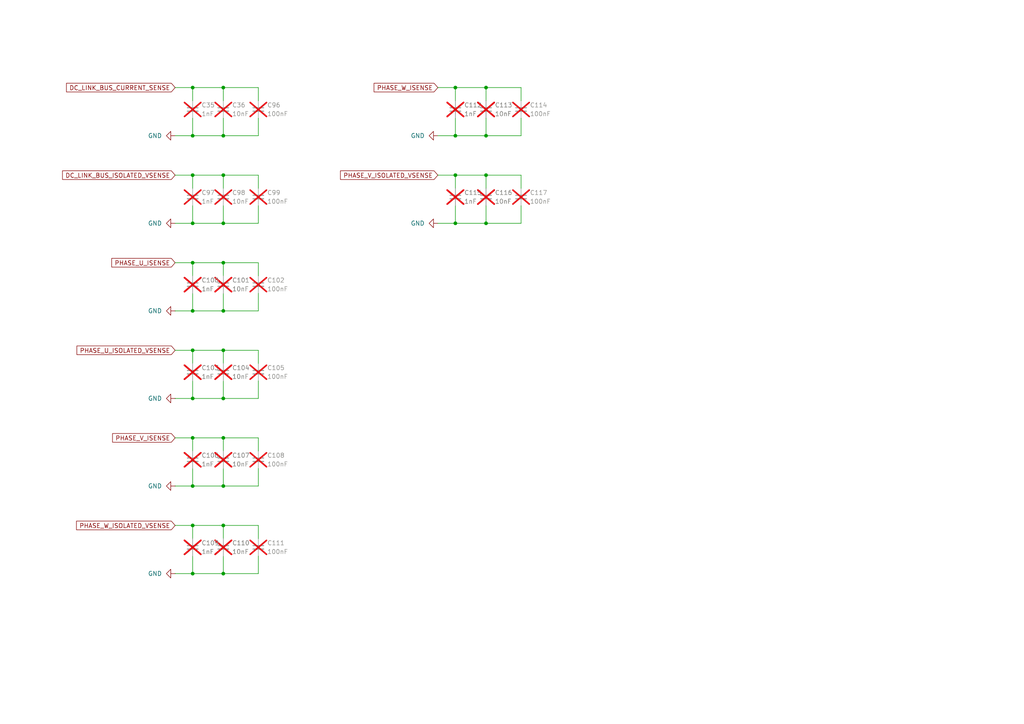
<source format=kicad_sch>
(kicad_sch (version 20250114) (generator "eeschema") (generator_version "9.0")
  (paper "A4")
  (lib_symbols
    (symbol "Device:C_Small" (pin_numbers (hide yes)) (pin_names (offset 0.254) (hide yes))
      (property "Reference" "C" (at 0.254 1.778 0))
      (property "Value" "C_Small" (at 0.254 -2.032 0))
      (symbol "C_Small_0_1"
        (polyline (pts (xy -1.524 0.508) (xy 1.524 0.508)) (stroke (width 0.3048)))
        (polyline (pts (xy -1.524 -0.508) (xy 1.524 -0.508)) (stroke (width 0.3302)))
      )
      (symbol "C_Small_1_1"
        (pin passive line (at 0 2.54 270) (length 2.032) (name "~") (number "1"))
        (pin passive line (at 0 -2.54 90) (length 2.032) (name "~") (number "2"))
      )
    )
    (symbol "power:GND" (power) (pin_numbers (hide yes)) (pin_names (offset 0) (hide yes))
      (property "Value" "GND" (at 0 -3.81 0))
      (symbol "GND_0_1"
        (polyline (pts (xy 0 0) (xy 0 -1.27) (xy 1.27 -1.27) (xy 0 -2.54) (xy -1.27 -1.27) (xy 0 -1.27)))
      )
      (symbol "GND_1_1"
        (pin power_in line (at 0 0 270) (length 0) (name "~") (number "1"))
      )
    )
  )
  (junction (at 64.77 90.17))
  (junction (at 64.77 39.37))
  (junction (at 55.88 152.4))
  (junction (at 55.88 127))
  (junction (at 140.97 50.8))
  (junction (at 55.88 101.6))
  (junction (at 55.88 25.4))
  (junction (at 55.88 50.8))
  (junction (at 132.08 64.77))
  (junction (at 64.77 25.4))
  (junction (at 64.77 140.97))
  (junction (at 64.77 76.2))
  (junction (at 140.97 25.4))
  (junction (at 132.08 25.4))
  (junction (at 55.88 64.77))
  (junction (at 64.77 115.57))
  (junction (at 55.88 39.37))
  (junction (at 55.88 166.37))
  (junction (at 55.88 140.97))
  (junction (at 55.88 115.57))
  (junction (at 64.77 166.37))
  (junction (at 132.08 39.37))
  (junction (at 140.97 64.77))
  (junction (at 64.77 50.8))
  (junction (at 55.88 76.2))
  (junction (at 132.08 50.8))
  (junction (at 55.88 90.17))
  (junction (at 140.97 39.37))
  (junction (at 64.77 64.77))
  (junction (at 64.77 152.4))
  (junction (at 64.77 127))
  (junction (at 64.77 101.6))
  (wire (pts (xy 55.88 50.8) (xy 64.77 50.8)))
  (wire (pts (xy 55.88 34.29) (xy 55.88 39.37)))
  (wire (pts (xy 74.93 25.4) (xy 74.93 29.21)))
  (wire (pts (xy 74.93 34.29) (xy 74.93 39.37)))
  (wire (pts (xy 64.77 50.8) (xy 74.93 50.8)))
  (wire (pts (xy 127 39.37) (xy 132.08 39.37)))
  (wire (pts (xy 140.97 64.77) (xy 151.13 64.77)))
  (wire (pts (xy 55.88 101.6) (xy 64.77 101.6)))
  (wire (pts (xy 140.97 59.69) (xy 140.97 64.77)))
  (wire (pts (xy 74.93 59.69) (xy 74.93 64.77)))
  (wire (pts (xy 151.13 50.8) (xy 151.13 54.61)))
  (wire (pts (xy 55.88 110.49) (xy 55.88 115.57)))
  (wire (pts (xy 64.77 76.2) (xy 64.77 80.01)))
  (wire (pts (xy 140.97 34.29) (xy 140.97 39.37)))
  (wire (pts (xy 64.77 64.77) (xy 74.93 64.77)))
  (wire (pts (xy 50.8 76.2) (xy 55.88 76.2)))
  (wire (pts (xy 55.88 85.09) (xy 55.88 90.17)))
  (wire (pts (xy 74.93 50.8) (xy 74.93 54.61)))
  (wire (pts (xy 55.88 90.17) (xy 64.77 90.17)))
  (wire (pts (xy 55.88 105.41) (xy 55.88 101.6)))
  (wire (pts (xy 74.93 101.6) (xy 74.93 105.41)))
  (wire (pts (xy 151.13 25.4) (xy 151.13 29.21)))
  (wire (pts (xy 55.88 64.77) (xy 64.77 64.77)))
  (wire (pts (xy 55.88 166.37) (xy 64.77 166.37)))
  (wire (pts (xy 74.93 161.29) (xy 74.93 166.37)))
  (wire (pts (xy 50.8 127) (xy 55.88 127)))
  (wire (pts (xy 55.88 135.89) (xy 55.88 140.97)))
  (wire (pts (xy 55.88 59.69) (xy 55.88 64.77)))
  (wire (pts (xy 74.93 110.49) (xy 74.93 115.57)))
  (wire (pts (xy 64.77 101.6) (xy 64.77 105.41)))
  (wire (pts (xy 50.8 166.37) (xy 55.88 166.37)))
  (wire (pts (xy 64.77 152.4) (xy 74.93 152.4)))
  (wire (pts (xy 55.88 29.21) (xy 55.88 25.4)))
  (wire (pts (xy 50.8 39.37) (xy 55.88 39.37)))
  (wire (pts (xy 64.77 115.57) (xy 74.93 115.57)))
  (wire (pts (xy 64.77 135.89) (xy 64.77 140.97)))
  (wire (pts (xy 74.93 152.4) (xy 74.93 156.21)))
  (wire (pts (xy 64.77 50.8) (xy 64.77 54.61)))
  (wire (pts (xy 55.88 140.97) (xy 64.77 140.97)))
  (wire (pts (xy 55.88 76.2) (xy 64.77 76.2)))
  (wire (pts (xy 50.8 152.4) (xy 55.88 152.4)))
  (wire (pts (xy 55.88 161.29) (xy 55.88 166.37)))
  (wire (pts (xy 50.8 115.57) (xy 55.88 115.57)))
  (wire (pts (xy 50.8 90.17) (xy 55.88 90.17)))
  (wire (pts (xy 74.93 76.2) (xy 74.93 80.01)))
  (wire (pts (xy 50.8 64.77) (xy 55.88 64.77)))
  (wire (pts (xy 74.93 85.09) (xy 74.93 90.17)))
  (wire (pts (xy 64.77 90.17) (xy 74.93 90.17)))
  (wire (pts (xy 140.97 25.4) (xy 151.13 25.4)))
  (wire (pts (xy 127 64.77) (xy 132.08 64.77)))
  (wire (pts (xy 140.97 25.4) (xy 140.97 29.21)))
  (wire (pts (xy 55.88 115.57) (xy 64.77 115.57)))
  (wire (pts (xy 151.13 34.29) (xy 151.13 39.37)))
  (wire (pts (xy 50.8 140.97) (xy 55.88 140.97)))
  (wire (pts (xy 132.08 39.37) (xy 140.97 39.37)))
  (wire (pts (xy 132.08 25.4) (xy 140.97 25.4)))
  (wire (pts (xy 64.77 127) (xy 64.77 130.81)))
  (wire (pts (xy 151.13 59.69) (xy 151.13 64.77)))
  (wire (pts (xy 132.08 50.8) (xy 140.97 50.8)))
  (wire (pts (xy 140.97 50.8) (xy 140.97 54.61)))
  (wire (pts (xy 140.97 39.37) (xy 151.13 39.37)))
  (wire (pts (xy 55.88 39.37) (xy 64.77 39.37)))
  (wire (pts (xy 132.08 34.29) (xy 132.08 39.37)))
  (wire (pts (xy 127 50.8) (xy 132.08 50.8)))
  (wire (pts (xy 132.08 64.77) (xy 140.97 64.77)))
  (wire (pts (xy 64.77 166.37) (xy 74.93 166.37)))
  (wire (pts (xy 127 25.4) (xy 132.08 25.4)))
  (wire (pts (xy 74.93 127) (xy 74.93 130.81)))
  (wire (pts (xy 55.88 130.81) (xy 55.88 127)))
  (wire (pts (xy 64.77 85.09) (xy 64.77 90.17)))
  (wire (pts (xy 64.77 140.97) (xy 74.93 140.97)))
  (wire (pts (xy 55.88 80.01) (xy 55.88 76.2)))
  (wire (pts (xy 55.88 156.21) (xy 55.88 152.4)))
  (wire (pts (xy 74.93 135.89) (xy 74.93 140.97)))
  (wire (pts (xy 64.77 161.29) (xy 64.77 166.37)))
  (wire (pts (xy 64.77 110.49) (xy 64.77 115.57)))
  (wire (pts (xy 140.97 50.8) (xy 151.13 50.8)))
  (wire (pts (xy 64.77 59.69) (xy 64.77 64.77)))
  (wire (pts (xy 55.88 25.4) (xy 64.77 25.4)))
  (wire (pts (xy 50.8 50.8) (xy 55.88 50.8)))
  (wire (pts (xy 55.88 127) (xy 64.77 127)))
  (wire (pts (xy 64.77 152.4) (xy 64.77 156.21)))
  (wire (pts (xy 132.08 54.61) (xy 132.08 50.8)))
  (wire (pts (xy 64.77 101.6) (xy 74.93 101.6)))
  (wire (pts (xy 64.77 127) (xy 74.93 127)))
  (wire (pts (xy 50.8 101.6) (xy 55.88 101.6)))
  (wire (pts (xy 132.08 59.69) (xy 132.08 64.77)))
  (wire (pts (xy 55.88 152.4) (xy 64.77 152.4)))
  (wire (pts (xy 55.88 54.61) (xy 55.88 50.8)))
  (wire (pts (xy 64.77 25.4) (xy 64.77 29.21)))
  (wire (pts (xy 64.77 76.2) (xy 74.93 76.2)))
  (wire (pts (xy 64.77 34.29) (xy 64.77 39.37)))
  (wire (pts (xy 50.8 25.4) (xy 55.88 25.4)))
  (wire (pts (xy 64.77 25.4) (xy 74.93 25.4)))
  (wire (pts (xy 64.77 39.37) (xy 74.93 39.37)))
  (wire (pts (xy 132.08 29.21) (xy 132.08 25.4)))
  (global_label "PHASE_U_ISENSE" (shape input) (at 50.8 76.2 180) (property "Intersheetrefs" "${INTERSHEET_REFS}" (effects (hide yes))))
  (global_label "PHASE_W_ISENSE" (shape input) (at 127 25.4 180) (property "Intersheetrefs" "${INTERSHEET_REFS}" (effects (hide yes))))
  (global_label "PHASE_U_ISOLATED_VSENSE" (shape input) (at 50.8 101.6 180) (property "Intersheetrefs" "${INTERSHEET_REFS}" (effects (hide yes))))
  (global_label "DC_LINK_BUS_ISOLATED_VSENSE" (shape input) (at 50.8 50.8 180) (property "Intersheetrefs" "${INTERSHEET_REFS}" (effects (hide yes))))
  (global_label "PHASE_W_ISOLATED_VSENSE" (shape input) (at 50.8 152.4 180) (property "Intersheetrefs" "${INTERSHEET_REFS}" (effects (hide yes))))
  (global_label "PHASE_V_ISENSE" (shape input) (at 50.8 127 180) (property "Intersheetrefs" "${INTERSHEET_REFS}" (effects (hide yes))))
  (global_label "PHASE_V_ISOLATED_VSENSE" (shape input) (at 127 50.8 180) (property "Intersheetrefs" "${INTERSHEET_REFS}" (effects (hide yes))))
  (global_label "DC_LINK_BUS_CURRENT_SENSE" (shape input) (at 50.8 25.4 180) (property "Intersheetrefs" "${INTERSHEET_REFS}" (effects (hide yes))))
  (symbol (lib_id "power:GND") (at 50.8 115.57 270) (unit 1)
    (property "Reference" "#PWR0164" (effects (hide yes)))
    (property "Value" "GND" (at 46.99 115.5699 90) (effects (justify right)))
    (property "Description" "Power symbol creates a global label with name \"GND\" , ground" (effects (hide yes)))
  )
  (symbol (lib_id "power:GND") (at 50.8 90.17 270) (unit 1)
    (property "Reference" "#PWR0163" (effects (hide yes)))
    (property "Value" "GND" (at 46.99 90.1699 90) (effects (justify right)))
    (property "Description" "Power symbol creates a global label with name \"GND\" , ground" (effects (hide yes)))
  )
  (symbol (lib_id "Device:C_Small") (at 74.93 82.55 0) (unit 1) (dnp yes)
    (property "Reference" "C102" (at 77.47 81.2862 0) (effects (justify left)))
    (property "Value" "100nF" (at 77.47 83.8262 0) (effects (justify left)))
    (property "Footprint" "Capacitor_SMD:C_1210_3225Metric_Pad1.33x2.70mm_HandSolder" (effects (hide yes)))
    (property "Description" "Unpolarized capacitor, small symbol" (effects (hide yes)))
  )
  (symbol (lib_id "Device:C_Small") (at 74.93 158.75 0) (unit 1) (dnp yes)
    (property "Reference" "C111" (at 77.47 157.4862 0) (effects (justify left)))
    (property "Value" "100nF" (at 77.47 160.0262 0) (effects (justify left)))
    (property "Footprint" "Capacitor_SMD:C_1210_3225Metric_Pad1.33x2.70mm_HandSolder" (effects (hide yes)))
    (property "Description" "Unpolarized capacitor, small symbol" (effects (hide yes)))
  )
  (symbol (lib_id "Device:C_Small") (at 151.13 57.15 0) (unit 1) (dnp yes)
    (property "Reference" "C117" (at 153.67 55.8862 0) (effects (justify left)))
    (property "Value" "100nF" (at 153.67 58.4262 0) (effects (justify left)))
    (property "Footprint" "Capacitor_SMD:C_1210_3225Metric_Pad1.33x2.70mm_HandSolder" (effects (hide yes)))
    (property "Description" "Unpolarized capacitor, small symbol" (effects (hide yes)))
  )
  (symbol (lib_id "Device:C_Small") (at 64.77 31.75 0) (unit 1) (dnp yes)
    (property "Reference" "C36" (at 67.31 30.4862 0) (effects (justify left)))
    (property "Value" "10nF" (at 67.31 33.0262 0) (effects (justify left)))
    (property "Footprint" "Capacitor_SMD:C_1210_3225Metric_Pad1.33x2.70mm_HandSolder" (effects (hide yes)))
    (property "Description" "Unpolarized capacitor, small symbol" (effects (hide yes)))
  )
  (symbol (lib_id "Device:C_Small") (at 132.08 57.15 0) (unit 1) (dnp yes)
    (property "Reference" "C115" (at 134.62 55.8862 0) (effects (justify left)))
    (property "Value" "1nF" (at 134.62 58.4262 0) (effects (justify left)))
    (property "Footprint" "Capacitor_SMD:C_1210_3225Metric_Pad1.33x2.70mm_HandSolder" (effects (hide yes)))
    (property "Description" "Unpolarized capacitor, small symbol" (effects (hide yes)))
  )
  (symbol (lib_id "power:GND") (at 50.8 166.37 270) (unit 1)
    (property "Reference" "#PWR0166" (effects (hide yes)))
    (property "Value" "GND" (at 46.99 166.3699 90) (effects (justify right)))
    (property "Description" "Power symbol creates a global label with name \"GND\" , ground" (effects (hide yes)))
  )
  (symbol (lib_id "Device:C_Small") (at 74.93 57.15 0) (unit 1) (dnp yes)
    (property "Reference" "C99" (at 77.47 55.8862 0) (effects (justify left)))
    (property "Value" "100nF" (at 77.47 58.4262 0) (effects (justify left)))
    (property "Footprint" "Capacitor_SMD:C_1210_3225Metric_Pad1.33x2.70mm_HandSolder" (effects (hide yes)))
    (property "Description" "Unpolarized capacitor, small symbol" (effects (hide yes)))
  )
  (symbol (lib_id "power:GND") (at 127 39.37 270) (unit 1)
    (property "Reference" "#PWR0167" (effects (hide yes)))
    (property "Value" "GND" (at 123.19 39.3699 90) (effects (justify right)))
    (property "Description" "Power symbol creates a global label with name \"GND\" , ground" (effects (hide yes)))
  )
  (symbol (lib_id "Device:C_Small") (at 140.97 31.75 0) (unit 1) (dnp yes)
    (property "Reference" "C113" (at 143.51 30.4862 0) (effects (justify left)))
    (property "Value" "10nF" (at 143.51 33.0262 0) (effects (justify left)))
    (property "Footprint" "Capacitor_SMD:C_1210_3225Metric_Pad1.33x2.70mm_HandSolder" (effects (hide yes)))
    (property "Description" "Unpolarized capacitor, small symbol" (effects (hide yes)))
  )
  (symbol (lib_id "Device:C_Small") (at 140.97 57.15 0) (unit 1) (dnp yes)
    (property "Reference" "C116" (at 143.51 55.8862 0) (effects (justify left)))
    (property "Value" "10nF" (at 143.51 58.4262 0) (effects (justify left)))
    (property "Footprint" "Capacitor_SMD:C_1210_3225Metric_Pad1.33x2.70mm_HandSolder" (effects (hide yes)))
    (property "Description" "Unpolarized capacitor, small symbol" (effects (hide yes)))
  )
  (symbol (lib_id "Device:C_Small") (at 55.88 107.95 0) (unit 1) (dnp yes)
    (property "Reference" "C103" (at 58.42 106.6862 0) (effects (justify left)))
    (property "Value" "1nF" (at 58.42 109.2262 0) (effects (justify left)))
    (property "Footprint" "Capacitor_SMD:C_1210_3225Metric_Pad1.33x2.70mm_HandSolder" (effects (hide yes)))
    (property "Description" "Unpolarized capacitor, small symbol" (effects (hide yes)))
  )
  (symbol (lib_id "Device:C_Small") (at 151.13 31.75 0) (unit 1) (dnp yes)
    (property "Reference" "C114" (at 153.67 30.4862 0) (effects (justify left)))
    (property "Value" "100nF" (at 153.67 33.0262 0) (effects (justify left)))
    (property "Footprint" "Capacitor_SMD:C_1210_3225Metric_Pad1.33x2.70mm_HandSolder" (effects (hide yes)))
    (property "Description" "Unpolarized capacitor, small symbol" (effects (hide yes)))
  )
  (symbol (lib_id "power:GND") (at 50.8 140.97 270) (unit 1)
    (property "Reference" "#PWR0165" (effects (hide yes)))
    (property "Value" "GND" (at 46.99 140.9699 90) (effects (justify right)))
    (property "Description" "Power symbol creates a global label with name \"GND\" , ground" (effects (hide yes)))
  )
  (symbol (lib_id "Device:C_Small") (at 55.88 158.75 0) (unit 1) (dnp yes)
    (property "Reference" "C109" (at 58.42 157.4862 0) (effects (justify left)))
    (property "Value" "1nF" (at 58.42 160.0262 0) (effects (justify left)))
    (property "Footprint" "Capacitor_SMD:C_1210_3225Metric_Pad1.33x2.70mm_HandSolder" (effects (hide yes)))
    (property "Description" "Unpolarized capacitor, small symbol" (effects (hide yes)))
  )
  (symbol (lib_id "Device:C_Small") (at 74.93 133.35 0) (unit 1) (dnp yes)
    (property "Reference" "C108" (at 77.47 132.0862 0) (effects (justify left)))
    (property "Value" "100nF" (at 77.47 134.6262 0) (effects (justify left)))
    (property "Footprint" "Capacitor_SMD:C_1210_3225Metric_Pad1.33x2.70mm_HandSolder" (effects (hide yes)))
    (property "Description" "Unpolarized capacitor, small symbol" (effects (hide yes)))
  )
  (symbol (lib_id "Device:C_Small") (at 74.93 107.95 0) (unit 1) (dnp yes)
    (property "Reference" "C105" (at 77.47 106.6862 0) (effects (justify left)))
    (property "Value" "100nF" (at 77.47 109.2262 0) (effects (justify left)))
    (property "Footprint" "Capacitor_SMD:C_1210_3225Metric_Pad1.33x2.70mm_HandSolder" (effects (hide yes)))
    (property "Description" "Unpolarized capacitor, small symbol" (effects (hide yes)))
  )
  (symbol (lib_id "Device:C_Small") (at 64.77 82.55 0) (unit 1) (dnp yes)
    (property "Reference" "C101" (at 67.31 81.2862 0) (effects (justify left)))
    (property "Value" "10nF" (at 67.31 83.8262 0) (effects (justify left)))
    (property "Footprint" "Capacitor_SMD:C_1210_3225Metric_Pad1.33x2.70mm_HandSolder" (effects (hide yes)))
    (property "Description" "Unpolarized capacitor, small symbol" (effects (hide yes)))
  )
  (symbol (lib_id "Device:C_Small") (at 55.88 57.15 0) (unit 1) (dnp yes)
    (property "Reference" "C97" (at 58.42 55.8862 0) (effects (justify left)))
    (property "Value" "1nF" (at 58.42 58.4262 0) (effects (justify left)))
    (property "Footprint" "Capacitor_SMD:C_1210_3225Metric_Pad1.33x2.70mm_HandSolder" (effects (hide yes)))
    (property "Description" "Unpolarized capacitor, small symbol" (effects (hide yes)))
  )
  (symbol (lib_id "Device:C_Small") (at 64.77 107.95 0) (unit 1) (dnp yes)
    (property "Reference" "C104" (at 67.31 106.6862 0) (effects (justify left)))
    (property "Value" "10nF" (at 67.31 109.2262 0) (effects (justify left)))
    (property "Footprint" "Capacitor_SMD:C_1210_3225Metric_Pad1.33x2.70mm_HandSolder" (effects (hide yes)))
    (property "Description" "Unpolarized capacitor, small symbol" (effects (hide yes)))
  )
  (symbol (lib_id "Device:C_Small") (at 55.88 133.35 0) (unit 1) (dnp yes)
    (property "Reference" "C106" (at 58.42 132.0862 0) (effects (justify left)))
    (property "Value" "1nF" (at 58.42 134.6262 0) (effects (justify left)))
    (property "Footprint" "Capacitor_SMD:C_1210_3225Metric_Pad1.33x2.70mm_HandSolder" (effects (hide yes)))
    (property "Description" "Unpolarized capacitor, small symbol" (effects (hide yes)))
  )
  (symbol (lib_id "Device:C_Small") (at 64.77 158.75 0) (unit 1) (dnp yes)
    (property "Reference" "C110" (at 67.31 157.4862 0) (effects (justify left)))
    (property "Value" "10nF" (at 67.31 160.0262 0) (effects (justify left)))
    (property "Footprint" "Capacitor_SMD:C_1210_3225Metric_Pad1.33x2.70mm_HandSolder" (effects (hide yes)))
    (property "Description" "Unpolarized capacitor, small symbol" (effects (hide yes)))
  )
  (symbol (lib_id "Device:C_Small") (at 64.77 133.35 0) (unit 1) (dnp yes)
    (property "Reference" "C107" (at 67.31 132.0862 0) (effects (justify left)))
    (property "Value" "10nF" (at 67.31 134.6262 0) (effects (justify left)))
    (property "Footprint" "Capacitor_SMD:C_1210_3225Metric_Pad1.33x2.70mm_HandSolder" (effects (hide yes)))
    (property "Description" "Unpolarized capacitor, small symbol" (effects (hide yes)))
  )
  (symbol (lib_id "Device:C_Small") (at 55.88 31.75 0) (unit 1) (dnp yes)
    (property "Reference" "C35" (at 58.42 30.4862 0) (effects (justify left)))
    (property "Value" "1nF" (at 58.42 33.0262 0) (effects (justify left)))
    (property "Footprint" "Capacitor_SMD:C_1210_3225Metric_Pad1.33x2.70mm_HandSolder" (effects (hide yes)))
    (property "Description" "Unpolarized capacitor, small symbol" (effects (hide yes)))
  )
  (symbol (lib_id "power:GND") (at 127 64.77 270) (unit 1)
    (property "Reference" "#PWR0168" (effects (hide yes)))
    (property "Value" "GND" (at 123.19 64.7699 90) (effects (justify right)))
    (property "Description" "Power symbol creates a global label with name \"GND\" , ground" (effects (hide yes)))
  )
  (symbol (lib_id "Device:C_Small") (at 55.88 82.55 0) (unit 1) (dnp yes)
    (property "Reference" "C100" (at 58.42 81.2862 0) (effects (justify left)))
    (property "Value" "1nF" (at 58.42 83.8262 0) (effects (justify left)))
    (property "Footprint" "Capacitor_SMD:C_1210_3225Metric_Pad1.33x2.70mm_HandSolder" (effects (hide yes)))
    (property "Description" "Unpolarized capacitor, small symbol" (effects (hide yes)))
  )
  (symbol (lib_id "Device:C_Small") (at 132.08 31.75 0) (unit 1) (dnp yes)
    (property "Reference" "C112" (at 134.62 30.4862 0) (effects (justify left)))
    (property "Value" "1nF" (at 134.62 33.0262 0) (effects (justify left)))
    (property "Footprint" "Capacitor_SMD:C_1210_3225Metric_Pad1.33x2.70mm_HandSolder" (effects (hide yes)))
    (property "Description" "Unpolarized capacitor, small symbol" (effects (hide yes)))
  )
  (symbol (lib_id "power:GND") (at 50.8 39.37 270) (unit 1)
    (property "Reference" "#PWR043" (effects (hide yes)))
    (property "Value" "GND" (at 46.99 39.3699 90) (effects (justify right)))
    (property "Description" "Power symbol creates a global label with name \"GND\" , ground" (effects (hide yes)))
  )
  (symbol (lib_id "Device:C_Small") (at 64.77 57.15 0) (unit 1) (dnp yes)
    (property "Reference" "C98" (at 67.31 55.8862 0) (effects (justify left)))
    (property "Value" "10nF" (at 67.31 58.4262 0) (effects (justify left)))
    (property "Footprint" "Capacitor_SMD:C_1210_3225Metric_Pad1.33x2.70mm_HandSolder" (effects (hide yes)))
    (property "Description" "Unpolarized capacitor, small symbol" (effects (hide yes)))
  )
  (symbol (lib_id "power:GND") (at 50.8 64.77 270) (unit 1)
    (property "Reference" "#PWR044" (effects (hide yes)))
    (property "Value" "GND" (at 46.99 64.7699 90) (effects (justify right)))
    (property "Description" "Power symbol creates a global label with name \"GND\" , ground" (effects (hide yes)))
  )
  (symbol (lib_id "Device:C_Small") (at 74.93 31.75 0) (unit 1) (dnp yes)
    (property "Reference" "C96" (at 77.47 30.4862 0) (effects (justify left)))
    (property "Value" "100nF" (at 77.47 33.0262 0) (effects (justify left)))
    (property "Footprint" "Capacitor_SMD:C_1210_3225Metric_Pad1.33x2.70mm_HandSolder" (effects (hide yes)))
    (property "Description" "Unpolarized capacitor, small symbol" (effects (hide yes)))
  )
)
</source>
